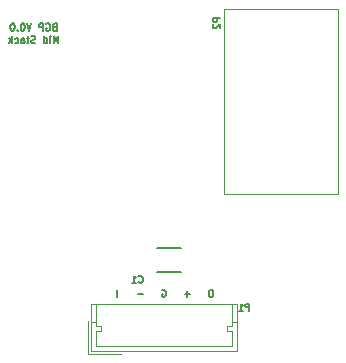
<source format=gbo>
%TF.GenerationSoftware,KiCad,Pcbnew,4.0.4-1.fc24-product*%
%TF.CreationDate,2018-01-15T09:05:08+11:00*%
%TF.ProjectId,MID_STACK,4D49445F535441434B2E6B696361645F,rev?*%
%TF.FileFunction,Legend,Bot*%
%FSLAX46Y46*%
G04 Gerber Fmt 4.6, Leading zero omitted, Abs format (unit mm)*
G04 Created by KiCad (PCBNEW 4.0.4-1.fc24-product) date Mon Jan 15 09:05:08 2018*
%MOMM*%
%LPD*%
G01*
G04 APERTURE LIST*
%ADD10C,0.100000*%
%ADD11C,0.150000*%
%ADD12C,0.120000*%
G04 APERTURE END LIST*
D10*
D11*
X163057142Y-87671429D02*
X162942856Y-87671429D01*
X162885714Y-87700000D01*
X162828571Y-87757143D01*
X162799999Y-87871429D01*
X162799999Y-88071429D01*
X162828571Y-88185714D01*
X162885714Y-88242857D01*
X162942856Y-88271429D01*
X163057142Y-88271429D01*
X163114285Y-88242857D01*
X163171428Y-88185714D01*
X163199999Y-88071429D01*
X163199999Y-87871429D01*
X163171428Y-87757143D01*
X163114285Y-87700000D01*
X163057142Y-87671429D01*
X161228571Y-88042857D02*
X160771428Y-88042857D01*
X160999999Y-88271429D02*
X160999999Y-87814286D01*
X158842857Y-87700000D02*
X158900000Y-87671429D01*
X158985714Y-87671429D01*
X159071429Y-87700000D01*
X159128571Y-87757143D01*
X159157143Y-87814286D01*
X159185714Y-87928571D01*
X159185714Y-88014286D01*
X159157143Y-88128571D01*
X159128571Y-88185714D01*
X159071429Y-88242857D01*
X158985714Y-88271429D01*
X158928571Y-88271429D01*
X158842857Y-88242857D01*
X158814286Y-88214286D01*
X158814286Y-88014286D01*
X158928571Y-88014286D01*
X157228571Y-88042857D02*
X156771428Y-88042857D01*
X155000000Y-88271429D02*
X155000000Y-87671429D01*
X149757143Y-65432143D02*
X149671429Y-65460714D01*
X149642857Y-65489286D01*
X149614286Y-65546429D01*
X149614286Y-65632143D01*
X149642857Y-65689286D01*
X149671429Y-65717857D01*
X149728571Y-65746429D01*
X149957143Y-65746429D01*
X149957143Y-65146429D01*
X149757143Y-65146429D01*
X149700000Y-65175000D01*
X149671429Y-65203571D01*
X149642857Y-65260714D01*
X149642857Y-65317857D01*
X149671429Y-65375000D01*
X149700000Y-65403571D01*
X149757143Y-65432143D01*
X149957143Y-65432143D01*
X149042857Y-65175000D02*
X149100000Y-65146429D01*
X149185714Y-65146429D01*
X149271429Y-65175000D01*
X149328571Y-65232143D01*
X149357143Y-65289286D01*
X149385714Y-65403571D01*
X149385714Y-65489286D01*
X149357143Y-65603571D01*
X149328571Y-65660714D01*
X149271429Y-65717857D01*
X149185714Y-65746429D01*
X149128571Y-65746429D01*
X149042857Y-65717857D01*
X149014286Y-65689286D01*
X149014286Y-65489286D01*
X149128571Y-65489286D01*
X148757143Y-65746429D02*
X148757143Y-65146429D01*
X148528571Y-65146429D01*
X148471429Y-65175000D01*
X148442857Y-65203571D01*
X148414286Y-65260714D01*
X148414286Y-65346429D01*
X148442857Y-65403571D01*
X148471429Y-65432143D01*
X148528571Y-65460714D01*
X148757143Y-65460714D01*
X147785714Y-65146429D02*
X147585714Y-65746429D01*
X147385714Y-65146429D01*
X147071428Y-65146429D02*
X147014285Y-65146429D01*
X146957142Y-65175000D01*
X146928571Y-65203571D01*
X146900000Y-65260714D01*
X146871428Y-65375000D01*
X146871428Y-65517857D01*
X146900000Y-65632143D01*
X146928571Y-65689286D01*
X146957142Y-65717857D01*
X147014285Y-65746429D01*
X147071428Y-65746429D01*
X147128571Y-65717857D01*
X147157142Y-65689286D01*
X147185714Y-65632143D01*
X147214285Y-65517857D01*
X147214285Y-65375000D01*
X147185714Y-65260714D01*
X147157142Y-65203571D01*
X147128571Y-65175000D01*
X147071428Y-65146429D01*
X146614285Y-65689286D02*
X146585713Y-65717857D01*
X146614285Y-65746429D01*
X146642856Y-65717857D01*
X146614285Y-65689286D01*
X146614285Y-65746429D01*
X146214285Y-65146429D02*
X146157142Y-65146429D01*
X146099999Y-65175000D01*
X146071428Y-65203571D01*
X146042857Y-65260714D01*
X146014285Y-65375000D01*
X146014285Y-65517857D01*
X146042857Y-65632143D01*
X146071428Y-65689286D01*
X146099999Y-65717857D01*
X146157142Y-65746429D01*
X146214285Y-65746429D01*
X146271428Y-65717857D01*
X146299999Y-65689286D01*
X146328571Y-65632143D01*
X146357142Y-65517857D01*
X146357142Y-65375000D01*
X146328571Y-65260714D01*
X146299999Y-65203571D01*
X146271428Y-65175000D01*
X146214285Y-65146429D01*
X150071428Y-66796429D02*
X150071428Y-66196429D01*
X149871428Y-66625000D01*
X149671428Y-66196429D01*
X149671428Y-66796429D01*
X149385714Y-66796429D02*
X149385714Y-66396429D01*
X149385714Y-66196429D02*
X149414285Y-66225000D01*
X149385714Y-66253571D01*
X149357142Y-66225000D01*
X149385714Y-66196429D01*
X149385714Y-66253571D01*
X148842857Y-66796429D02*
X148842857Y-66196429D01*
X148842857Y-66767857D02*
X148900000Y-66796429D01*
X149014286Y-66796429D01*
X149071428Y-66767857D01*
X149100000Y-66739286D01*
X149128571Y-66682143D01*
X149128571Y-66510714D01*
X149100000Y-66453571D01*
X149071428Y-66425000D01*
X149014286Y-66396429D01*
X148900000Y-66396429D01*
X148842857Y-66425000D01*
X148128571Y-66767857D02*
X148042857Y-66796429D01*
X147900000Y-66796429D01*
X147842857Y-66767857D01*
X147814286Y-66739286D01*
X147785714Y-66682143D01*
X147785714Y-66625000D01*
X147814286Y-66567857D01*
X147842857Y-66539286D01*
X147900000Y-66510714D01*
X148014286Y-66482143D01*
X148071428Y-66453571D01*
X148100000Y-66425000D01*
X148128571Y-66367857D01*
X148128571Y-66310714D01*
X148100000Y-66253571D01*
X148071428Y-66225000D01*
X148014286Y-66196429D01*
X147871428Y-66196429D01*
X147785714Y-66225000D01*
X147614285Y-66396429D02*
X147385714Y-66396429D01*
X147528571Y-66196429D02*
X147528571Y-66710714D01*
X147499999Y-66767857D01*
X147442857Y-66796429D01*
X147385714Y-66796429D01*
X146928571Y-66796429D02*
X146928571Y-66482143D01*
X146957142Y-66425000D01*
X147014285Y-66396429D01*
X147128571Y-66396429D01*
X147185714Y-66425000D01*
X146928571Y-66767857D02*
X146985714Y-66796429D01*
X147128571Y-66796429D01*
X147185714Y-66767857D01*
X147214285Y-66710714D01*
X147214285Y-66653571D01*
X147185714Y-66596429D01*
X147128571Y-66567857D01*
X146985714Y-66567857D01*
X146928571Y-66539286D01*
X146385714Y-66767857D02*
X146442857Y-66796429D01*
X146557143Y-66796429D01*
X146614285Y-66767857D01*
X146642857Y-66739286D01*
X146671428Y-66682143D01*
X146671428Y-66510714D01*
X146642857Y-66453571D01*
X146614285Y-66425000D01*
X146557143Y-66396429D01*
X146442857Y-66396429D01*
X146385714Y-66425000D01*
X146128571Y-66796429D02*
X146128571Y-66196429D01*
X146071428Y-66567857D02*
X145899999Y-66796429D01*
X145899999Y-66396429D02*
X146128571Y-66625000D01*
D12*
X152850000Y-92850000D02*
X152850000Y-88900000D01*
X152850000Y-88900000D02*
X165150000Y-88900000D01*
X165150000Y-88900000D02*
X165150000Y-92850000D01*
X165150000Y-92850000D02*
X152850000Y-92850000D01*
X155350000Y-93100000D02*
X152600000Y-93100000D01*
X152600000Y-93100000D02*
X152600000Y-90350000D01*
X152850000Y-90400000D02*
X153250000Y-90400000D01*
X165150000Y-90400000D02*
X164750000Y-90400000D01*
X159000000Y-92450000D02*
X153250000Y-92450000D01*
X153250000Y-92450000D02*
X153250000Y-91200000D01*
X153250000Y-91200000D02*
X153650000Y-91200000D01*
X153650000Y-91200000D02*
X153650000Y-90800000D01*
X153650000Y-90800000D02*
X153250000Y-90800000D01*
X153250000Y-90800000D02*
X153250000Y-88900000D01*
X159000000Y-92450000D02*
X164750000Y-92450000D01*
X164750000Y-92450000D02*
X164750000Y-91200000D01*
X164750000Y-91200000D02*
X164350000Y-91200000D01*
X164350000Y-91200000D02*
X164350000Y-90800000D01*
X164350000Y-90800000D02*
X164750000Y-90800000D01*
X164750000Y-90800000D02*
X164750000Y-88900000D01*
X173710000Y-79560000D02*
X173710000Y-63940000D01*
X164090000Y-79560000D02*
X164090000Y-63940000D01*
X173710000Y-79560000D02*
X164090000Y-79560000D01*
X173710000Y-63940000D02*
X164090000Y-63940000D01*
D11*
X158450000Y-84175000D02*
X160450000Y-84175000D01*
X160450000Y-86225000D02*
X158450000Y-86225000D01*
X166242857Y-89471429D02*
X166242857Y-88871429D01*
X166014285Y-88871429D01*
X165957143Y-88900000D01*
X165928571Y-88928571D01*
X165900000Y-88985714D01*
X165900000Y-89071429D01*
X165928571Y-89128571D01*
X165957143Y-89157143D01*
X166014285Y-89185714D01*
X166242857Y-89185714D01*
X165328571Y-89471429D02*
X165671428Y-89471429D01*
X165500000Y-89471429D02*
X165500000Y-88871429D01*
X165557143Y-88957143D01*
X165614285Y-89014286D01*
X165671428Y-89042857D01*
X163771429Y-64657143D02*
X163171429Y-64657143D01*
X163171429Y-64885715D01*
X163200000Y-64942857D01*
X163228571Y-64971429D01*
X163285714Y-65000000D01*
X163371429Y-65000000D01*
X163428571Y-64971429D01*
X163457143Y-64942857D01*
X163485714Y-64885715D01*
X163485714Y-64657143D01*
X163228571Y-65228572D02*
X163200000Y-65257143D01*
X163171429Y-65314286D01*
X163171429Y-65457143D01*
X163200000Y-65514286D01*
X163228571Y-65542857D01*
X163285714Y-65571429D01*
X163342857Y-65571429D01*
X163428571Y-65542857D01*
X163771429Y-65200000D01*
X163771429Y-65571429D01*
X156850000Y-87039287D02*
X156878571Y-87067858D01*
X156964285Y-87096430D01*
X157021428Y-87096430D01*
X157107143Y-87067858D01*
X157164285Y-87010715D01*
X157192857Y-86953572D01*
X157221428Y-86839287D01*
X157221428Y-86753572D01*
X157192857Y-86639287D01*
X157164285Y-86582144D01*
X157107143Y-86525001D01*
X157021428Y-86496430D01*
X156964285Y-86496430D01*
X156878571Y-86525001D01*
X156850000Y-86553572D01*
X156278571Y-87096430D02*
X156621428Y-87096430D01*
X156450000Y-87096430D02*
X156450000Y-86496430D01*
X156507143Y-86582144D01*
X156564285Y-86639287D01*
X156621428Y-86667858D01*
M02*

</source>
